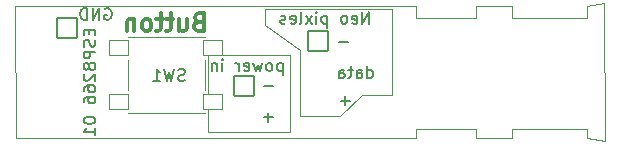
<source format=gbo>
G04 #@! TF.GenerationSoftware,KiCad,Pcbnew,6.0.7-f9a2dced07~116~ubuntu20.04.1*
G04 #@! TF.CreationDate,2022-09-06T19:45:12+02:00*
G04 #@! TF.ProjectId,wled-lion,776c6564-2d6c-4696-9f6e-2e6b69636164,rev?*
G04 #@! TF.SameCoordinates,Original*
G04 #@! TF.FileFunction,Legend,Bot*
G04 #@! TF.FilePolarity,Positive*
%FSLAX46Y46*%
G04 Gerber Fmt 4.6, Leading zero omitted, Abs format (unit mm)*
G04 Created by KiCad (PCBNEW 6.0.7-f9a2dced07~116~ubuntu20.04.1) date 2022-09-06 19:45:12*
%MOMM*%
%LPD*%
G01*
G04 APERTURE LIST*
G04 Aperture macros list*
%AMRoundRect*
0 Rectangle with rounded corners*
0 $1 Rounding radius*
0 $2 $3 $4 $5 $6 $7 $8 $9 X,Y pos of 4 corners*
0 Add a 4 corners polygon primitive as box body*
4,1,4,$2,$3,$4,$5,$6,$7,$8,$9,$2,$3,0*
0 Add four circle primitives for the rounded corners*
1,1,$1+$1,$2,$3*
1,1,$1+$1,$4,$5*
1,1,$1+$1,$6,$7*
1,1,$1+$1,$8,$9*
0 Add four rect primitives between the rounded corners*
20,1,$1+$1,$2,$3,$4,$5,0*
20,1,$1+$1,$4,$5,$6,$7,0*
20,1,$1+$1,$6,$7,$8,$9,0*
20,1,$1+$1,$8,$9,$2,$3,0*%
G04 Aperture macros list end*
%ADD10C,0.120000*%
G04 #@! TA.AperFunction,Profile*
%ADD11C,0.050000*%
G04 #@! TD*
%ADD12C,0.150000*%
%ADD13C,0.300000*%
%ADD14C,0.100000*%
%ADD15RoundRect,0.051000X-0.850000X-0.850000X0.850000X-0.850000X0.850000X0.850000X-0.850000X0.850000X0*%
%ADD16O,1.802000X1.802000*%
%ADD17RoundRect,0.051000X0.775000X0.650000X-0.775000X0.650000X-0.775000X-0.650000X0.775000X-0.650000X0*%
G04 APERTURE END LIST*
D10*
X171700000Y-95200000D02*
X164800000Y-95200000D01*
X164800000Y-88700000D01*
X171700000Y-88700000D01*
X171700000Y-95200000D01*
X180400000Y-92100000D02*
X177800000Y-92100000D01*
X175984426Y-93904248D01*
X172600000Y-93900000D01*
X172600000Y-88300000D01*
X169600000Y-86200000D01*
X169600000Y-84800000D01*
X180400000Y-84800000D01*
X180400000Y-92100000D01*
D11*
X182372000Y-84582000D02*
X148450000Y-84550000D01*
X198350000Y-84328000D02*
X198374000Y-96012000D01*
X190500000Y-85598000D02*
X196850000Y-85598000D01*
X190500000Y-94996000D02*
X196850000Y-94996000D01*
X182372000Y-95758000D02*
X182372000Y-94996000D01*
X148450000Y-84550000D02*
X148500000Y-95758000D01*
X187452000Y-94996000D02*
X187452000Y-95758000D01*
X190500000Y-84582000D02*
X190500000Y-85598000D01*
X182372000Y-85598000D02*
X187452000Y-85598000D01*
X187452000Y-95758000D02*
X190500000Y-95758000D01*
X182372000Y-85598000D02*
X182372000Y-84582000D01*
X187452000Y-85598000D02*
X187452000Y-84582000D01*
X198350000Y-84328000D02*
X196850000Y-84582000D01*
X196850000Y-94996000D02*
X196850000Y-95758000D01*
X187452000Y-84582000D02*
X190500000Y-84582000D01*
X196850000Y-95758000D02*
X198374000Y-96012000D01*
X182372000Y-94996000D02*
X187452000Y-94996000D01*
X190500000Y-95758000D02*
X190500000Y-94996000D01*
X196850000Y-84582000D02*
X196850000Y-85598000D01*
X148500000Y-95758000D02*
X182372000Y-95758000D01*
D12*
X178438095Y-86052380D02*
X178438095Y-85052380D01*
X177866666Y-86052380D01*
X177866666Y-85052380D01*
X177009523Y-86004761D02*
X177104761Y-86052380D01*
X177295238Y-86052380D01*
X177390476Y-86004761D01*
X177438095Y-85909523D01*
X177438095Y-85528571D01*
X177390476Y-85433333D01*
X177295238Y-85385714D01*
X177104761Y-85385714D01*
X177009523Y-85433333D01*
X176961904Y-85528571D01*
X176961904Y-85623809D01*
X177438095Y-85719047D01*
X176390476Y-86052380D02*
X176485714Y-86004761D01*
X176533333Y-85957142D01*
X176580952Y-85861904D01*
X176580952Y-85576190D01*
X176533333Y-85480952D01*
X176485714Y-85433333D01*
X176390476Y-85385714D01*
X176247619Y-85385714D01*
X176152380Y-85433333D01*
X176104761Y-85480952D01*
X176057142Y-85576190D01*
X176057142Y-85861904D01*
X176104761Y-85957142D01*
X176152380Y-86004761D01*
X176247619Y-86052380D01*
X176390476Y-86052380D01*
X174866666Y-85385714D02*
X174866666Y-86385714D01*
X174866666Y-85433333D02*
X174771428Y-85385714D01*
X174580952Y-85385714D01*
X174485714Y-85433333D01*
X174438095Y-85480952D01*
X174390476Y-85576190D01*
X174390476Y-85861904D01*
X174438095Y-85957142D01*
X174485714Y-86004761D01*
X174580952Y-86052380D01*
X174771428Y-86052380D01*
X174866666Y-86004761D01*
X173961904Y-86052380D02*
X173961904Y-85385714D01*
X173961904Y-85052380D02*
X174009523Y-85100000D01*
X173961904Y-85147619D01*
X173914285Y-85100000D01*
X173961904Y-85052380D01*
X173961904Y-85147619D01*
X173580952Y-86052380D02*
X173057142Y-85385714D01*
X173580952Y-85385714D02*
X173057142Y-86052380D01*
X172533333Y-86052380D02*
X172628571Y-86004761D01*
X172676190Y-85909523D01*
X172676190Y-85052380D01*
X171771428Y-86004761D02*
X171866666Y-86052380D01*
X172057142Y-86052380D01*
X172152380Y-86004761D01*
X172200000Y-85909523D01*
X172200000Y-85528571D01*
X172152380Y-85433333D01*
X172057142Y-85385714D01*
X171866666Y-85385714D01*
X171771428Y-85433333D01*
X171723809Y-85528571D01*
X171723809Y-85623809D01*
X172200000Y-85719047D01*
X171342857Y-86004761D02*
X171247619Y-86052380D01*
X171057142Y-86052380D01*
X170961904Y-86004761D01*
X170914285Y-85909523D01*
X170914285Y-85861904D01*
X170961904Y-85766666D01*
X171057142Y-85719047D01*
X171200000Y-85719047D01*
X171295238Y-85671428D01*
X171342857Y-85576190D01*
X171342857Y-85528571D01*
X171295238Y-85433333D01*
X171200000Y-85385714D01*
X171057142Y-85385714D01*
X170961904Y-85433333D01*
D13*
X163985714Y-85892857D02*
X163771428Y-85964285D01*
X163700000Y-86035714D01*
X163628571Y-86178571D01*
X163628571Y-86392857D01*
X163700000Y-86535714D01*
X163771428Y-86607142D01*
X163914285Y-86678571D01*
X164485714Y-86678571D01*
X164485714Y-85178571D01*
X163985714Y-85178571D01*
X163842857Y-85250000D01*
X163771428Y-85321428D01*
X163700000Y-85464285D01*
X163700000Y-85607142D01*
X163771428Y-85750000D01*
X163842857Y-85821428D01*
X163985714Y-85892857D01*
X164485714Y-85892857D01*
X162342857Y-85678571D02*
X162342857Y-86678571D01*
X162985714Y-85678571D02*
X162985714Y-86464285D01*
X162914285Y-86607142D01*
X162771428Y-86678571D01*
X162557142Y-86678571D01*
X162414285Y-86607142D01*
X162342857Y-86535714D01*
X161842857Y-85678571D02*
X161271428Y-85678571D01*
X161628571Y-85178571D02*
X161628571Y-86464285D01*
X161557142Y-86607142D01*
X161414285Y-86678571D01*
X161271428Y-86678571D01*
X160985714Y-85678571D02*
X160414285Y-85678571D01*
X160771428Y-85178571D02*
X160771428Y-86464285D01*
X160700000Y-86607142D01*
X160557142Y-86678571D01*
X160414285Y-86678571D01*
X159700000Y-86678571D02*
X159842857Y-86607142D01*
X159914285Y-86535714D01*
X159985714Y-86392857D01*
X159985714Y-85964285D01*
X159914285Y-85821428D01*
X159842857Y-85750000D01*
X159700000Y-85678571D01*
X159485714Y-85678571D01*
X159342857Y-85750000D01*
X159271428Y-85821428D01*
X159200000Y-85964285D01*
X159200000Y-86392857D01*
X159271428Y-86535714D01*
X159342857Y-86607142D01*
X159485714Y-86678571D01*
X159700000Y-86678571D01*
X158557142Y-85678571D02*
X158557142Y-86678571D01*
X158557142Y-85821428D02*
X158485714Y-85750000D01*
X158342857Y-85678571D01*
X158128571Y-85678571D01*
X157985714Y-85750000D01*
X157914285Y-85892857D01*
X157914285Y-86678571D01*
D12*
X178276190Y-90652380D02*
X178276190Y-89652380D01*
X178276190Y-90604761D02*
X178371428Y-90652380D01*
X178561904Y-90652380D01*
X178657142Y-90604761D01*
X178704761Y-90557142D01*
X178752380Y-90461904D01*
X178752380Y-90176190D01*
X178704761Y-90080952D01*
X178657142Y-90033333D01*
X178561904Y-89985714D01*
X178371428Y-89985714D01*
X178276190Y-90033333D01*
X177371428Y-90652380D02*
X177371428Y-90128571D01*
X177419047Y-90033333D01*
X177514285Y-89985714D01*
X177704761Y-89985714D01*
X177800000Y-90033333D01*
X177371428Y-90604761D02*
X177466666Y-90652380D01*
X177704761Y-90652380D01*
X177800000Y-90604761D01*
X177847619Y-90509523D01*
X177847619Y-90414285D01*
X177800000Y-90319047D01*
X177704761Y-90271428D01*
X177466666Y-90271428D01*
X177371428Y-90223809D01*
X177038095Y-89985714D02*
X176657142Y-89985714D01*
X176895238Y-89652380D02*
X176895238Y-90509523D01*
X176847619Y-90604761D01*
X176752380Y-90652380D01*
X176657142Y-90652380D01*
X175895238Y-90652380D02*
X175895238Y-90128571D01*
X175942857Y-90033333D01*
X176038095Y-89985714D01*
X176228571Y-89985714D01*
X176323809Y-90033333D01*
X175895238Y-90604761D02*
X175990476Y-90652380D01*
X176228571Y-90652380D01*
X176323809Y-90604761D01*
X176371428Y-90509523D01*
X176371428Y-90414285D01*
X176323809Y-90319047D01*
X176228571Y-90271428D01*
X175990476Y-90271428D01*
X175895238Y-90223809D01*
X156061904Y-84800000D02*
X156157142Y-84752380D01*
X156300000Y-84752380D01*
X156442857Y-84800000D01*
X156538095Y-84895238D01*
X156585714Y-84990476D01*
X156633333Y-85180952D01*
X156633333Y-85323809D01*
X156585714Y-85514285D01*
X156538095Y-85609523D01*
X156442857Y-85704761D01*
X156300000Y-85752380D01*
X156204761Y-85752380D01*
X156061904Y-85704761D01*
X156014285Y-85657142D01*
X156014285Y-85323809D01*
X156204761Y-85323809D01*
X155585714Y-85752380D02*
X155585714Y-84752380D01*
X155014285Y-85752380D01*
X155014285Y-84752380D01*
X154538095Y-85752380D02*
X154538095Y-84752380D01*
X154300000Y-84752380D01*
X154157142Y-84800000D01*
X154061904Y-84895238D01*
X154014285Y-84990476D01*
X153966666Y-85180952D01*
X153966666Y-85323809D01*
X154014285Y-85514285D01*
X154061904Y-85609523D01*
X154157142Y-85704761D01*
X154300000Y-85752380D01*
X154538095Y-85752380D01*
X170280952Y-91371428D02*
X169519047Y-91371428D01*
X171100000Y-89385714D02*
X171100000Y-90385714D01*
X171100000Y-89433333D02*
X171004761Y-89385714D01*
X170814285Y-89385714D01*
X170719047Y-89433333D01*
X170671428Y-89480952D01*
X170623809Y-89576190D01*
X170623809Y-89861904D01*
X170671428Y-89957142D01*
X170719047Y-90004761D01*
X170814285Y-90052380D01*
X171004761Y-90052380D01*
X171100000Y-90004761D01*
X170052380Y-90052380D02*
X170147619Y-90004761D01*
X170195238Y-89957142D01*
X170242857Y-89861904D01*
X170242857Y-89576190D01*
X170195238Y-89480952D01*
X170147619Y-89433333D01*
X170052380Y-89385714D01*
X169909523Y-89385714D01*
X169814285Y-89433333D01*
X169766666Y-89480952D01*
X169719047Y-89576190D01*
X169719047Y-89861904D01*
X169766666Y-89957142D01*
X169814285Y-90004761D01*
X169909523Y-90052380D01*
X170052380Y-90052380D01*
X169385714Y-89385714D02*
X169195238Y-90052380D01*
X169004761Y-89576190D01*
X168814285Y-90052380D01*
X168623809Y-89385714D01*
X167861904Y-90004761D02*
X167957142Y-90052380D01*
X168147619Y-90052380D01*
X168242857Y-90004761D01*
X168290476Y-89909523D01*
X168290476Y-89528571D01*
X168242857Y-89433333D01*
X168147619Y-89385714D01*
X167957142Y-89385714D01*
X167861904Y-89433333D01*
X167814285Y-89528571D01*
X167814285Y-89623809D01*
X168290476Y-89719047D01*
X167385714Y-90052380D02*
X167385714Y-89385714D01*
X167385714Y-89576190D02*
X167338095Y-89480952D01*
X167290476Y-89433333D01*
X167195238Y-89385714D01*
X167100000Y-89385714D01*
X166004761Y-90052380D02*
X166004761Y-89385714D01*
X166004761Y-89052380D02*
X166052380Y-89100000D01*
X166004761Y-89147619D01*
X165957142Y-89100000D01*
X166004761Y-89052380D01*
X166004761Y-89147619D01*
X165528571Y-89385714D02*
X165528571Y-90052380D01*
X165528571Y-89480952D02*
X165480952Y-89433333D01*
X165385714Y-89385714D01*
X165242857Y-89385714D01*
X165147619Y-89433333D01*
X165100000Y-89528571D01*
X165100000Y-90052380D01*
X176780952Y-92571428D02*
X176019047Y-92571428D01*
X176400000Y-92952380D02*
X176400000Y-92190476D01*
X176680952Y-87571428D02*
X175919047Y-87571428D01*
X170280952Y-93971428D02*
X169519047Y-93971428D01*
X169900000Y-94352380D02*
X169900000Y-93590476D01*
X154728571Y-86571428D02*
X154728571Y-86904761D01*
X155252380Y-87047619D02*
X155252380Y-86571428D01*
X154252380Y-86571428D01*
X154252380Y-87047619D01*
X155204761Y-87428571D02*
X155252380Y-87571428D01*
X155252380Y-87809523D01*
X155204761Y-87904761D01*
X155157142Y-87952380D01*
X155061904Y-88000000D01*
X154966666Y-88000000D01*
X154871428Y-87952380D01*
X154823809Y-87904761D01*
X154776190Y-87809523D01*
X154728571Y-87619047D01*
X154680952Y-87523809D01*
X154633333Y-87476190D01*
X154538095Y-87428571D01*
X154442857Y-87428571D01*
X154347619Y-87476190D01*
X154300000Y-87523809D01*
X154252380Y-87619047D01*
X154252380Y-87857142D01*
X154300000Y-88000000D01*
X155252380Y-88428571D02*
X154252380Y-88428571D01*
X154252380Y-88809523D01*
X154300000Y-88904761D01*
X154347619Y-88952380D01*
X154442857Y-89000000D01*
X154585714Y-89000000D01*
X154680952Y-88952380D01*
X154728571Y-88904761D01*
X154776190Y-88809523D01*
X154776190Y-88428571D01*
X154680952Y-89571428D02*
X154633333Y-89476190D01*
X154585714Y-89428571D01*
X154490476Y-89380952D01*
X154442857Y-89380952D01*
X154347619Y-89428571D01*
X154300000Y-89476190D01*
X154252380Y-89571428D01*
X154252380Y-89761904D01*
X154300000Y-89857142D01*
X154347619Y-89904761D01*
X154442857Y-89952380D01*
X154490476Y-89952380D01*
X154585714Y-89904761D01*
X154633333Y-89857142D01*
X154680952Y-89761904D01*
X154680952Y-89571428D01*
X154728571Y-89476190D01*
X154776190Y-89428571D01*
X154871428Y-89380952D01*
X155061904Y-89380952D01*
X155157142Y-89428571D01*
X155204761Y-89476190D01*
X155252380Y-89571428D01*
X155252380Y-89761904D01*
X155204761Y-89857142D01*
X155157142Y-89904761D01*
X155061904Y-89952380D01*
X154871428Y-89952380D01*
X154776190Y-89904761D01*
X154728571Y-89857142D01*
X154680952Y-89761904D01*
X154347619Y-90333333D02*
X154300000Y-90380952D01*
X154252380Y-90476190D01*
X154252380Y-90714285D01*
X154300000Y-90809523D01*
X154347619Y-90857142D01*
X154442857Y-90904761D01*
X154538095Y-90904761D01*
X154680952Y-90857142D01*
X155252380Y-90285714D01*
X155252380Y-90904761D01*
X154252380Y-91761904D02*
X154252380Y-91571428D01*
X154300000Y-91476190D01*
X154347619Y-91428571D01*
X154490476Y-91333333D01*
X154680952Y-91285714D01*
X155061904Y-91285714D01*
X155157142Y-91333333D01*
X155204761Y-91380952D01*
X155252380Y-91476190D01*
X155252380Y-91666666D01*
X155204761Y-91761904D01*
X155157142Y-91809523D01*
X155061904Y-91857142D01*
X154823809Y-91857142D01*
X154728571Y-91809523D01*
X154680952Y-91761904D01*
X154633333Y-91666666D01*
X154633333Y-91476190D01*
X154680952Y-91380952D01*
X154728571Y-91333333D01*
X154823809Y-91285714D01*
X154252380Y-92714285D02*
X154252380Y-92523809D01*
X154300000Y-92428571D01*
X154347619Y-92380952D01*
X154490476Y-92285714D01*
X154680952Y-92238095D01*
X155061904Y-92238095D01*
X155157142Y-92285714D01*
X155204761Y-92333333D01*
X155252380Y-92428571D01*
X155252380Y-92619047D01*
X155204761Y-92714285D01*
X155157142Y-92761904D01*
X155061904Y-92809523D01*
X154823809Y-92809523D01*
X154728571Y-92761904D01*
X154680952Y-92714285D01*
X154633333Y-92619047D01*
X154633333Y-92428571D01*
X154680952Y-92333333D01*
X154728571Y-92285714D01*
X154823809Y-92238095D01*
X154252380Y-94190476D02*
X154252380Y-94285714D01*
X154300000Y-94380952D01*
X154347619Y-94428571D01*
X154442857Y-94476190D01*
X154633333Y-94523809D01*
X154871428Y-94523809D01*
X155061904Y-94476190D01*
X155157142Y-94428571D01*
X155204761Y-94380952D01*
X155252380Y-94285714D01*
X155252380Y-94190476D01*
X155204761Y-94095238D01*
X155157142Y-94047619D01*
X155061904Y-94000000D01*
X154871428Y-93952380D01*
X154633333Y-93952380D01*
X154442857Y-94000000D01*
X154347619Y-94047619D01*
X154300000Y-94095238D01*
X154252380Y-94190476D01*
X155252380Y-95476190D02*
X155252380Y-94904761D01*
X155252380Y-95190476D02*
X154252380Y-95190476D01*
X154395238Y-95095238D01*
X154490476Y-95000000D01*
X154538095Y-94904761D01*
X162831333Y-90858761D02*
X162688476Y-90906380D01*
X162450380Y-90906380D01*
X162355142Y-90858761D01*
X162307523Y-90811142D01*
X162259904Y-90715904D01*
X162259904Y-90620666D01*
X162307523Y-90525428D01*
X162355142Y-90477809D01*
X162450380Y-90430190D01*
X162640857Y-90382571D01*
X162736095Y-90334952D01*
X162783714Y-90287333D01*
X162831333Y-90192095D01*
X162831333Y-90096857D01*
X162783714Y-90001619D01*
X162736095Y-89954000D01*
X162640857Y-89906380D01*
X162402761Y-89906380D01*
X162259904Y-89954000D01*
X161926571Y-89906380D02*
X161688476Y-90906380D01*
X161498000Y-90192095D01*
X161307523Y-90906380D01*
X161069428Y-89906380D01*
X160164666Y-90906380D02*
X160736095Y-90906380D01*
X160450380Y-90906380D02*
X160450380Y-89906380D01*
X160545619Y-90049238D01*
X160640857Y-90144476D01*
X160736095Y-90192095D01*
D10*
X158034000Y-89098000D02*
X158034000Y-91698000D01*
X158034000Y-93628000D02*
X158034000Y-93598000D01*
X164494000Y-93628000D02*
X158034000Y-93628000D01*
X164494000Y-89098000D02*
X164494000Y-91698000D01*
X164494000Y-87198000D02*
X164494000Y-87168000D01*
X164494000Y-93628000D02*
X164494000Y-93598000D01*
X164494000Y-87168000D02*
X158034000Y-87168000D01*
X158034000Y-87168000D02*
X158034000Y-87198000D01*
%LPC*%
G36*
X182025000Y-94075000D02*
G01*
X180850000Y-95300000D01*
X177900000Y-95300000D01*
X176725000Y-94125000D01*
X177900000Y-92900000D01*
X180850000Y-92900000D01*
X182025000Y-94075000D01*
G37*
D14*
X182025000Y-94075000D02*
X180850000Y-95300000D01*
X177900000Y-95300000D01*
X176725000Y-94125000D01*
X177900000Y-92900000D01*
X180850000Y-92900000D01*
X182025000Y-94075000D01*
D15*
X152850000Y-86400000D03*
D16*
X150310000Y-86400000D03*
X152850000Y-88940000D03*
X150310000Y-88940000D03*
X152850000Y-91480000D03*
X150310000Y-91480000D03*
X152850000Y-94020000D03*
X150310000Y-94020000D03*
D15*
X174100000Y-87550000D03*
D16*
X174100000Y-90090000D03*
X174100000Y-92630000D03*
D15*
X167850000Y-91350000D03*
D16*
X167850000Y-93890000D03*
D17*
X165239000Y-88148000D03*
X157289000Y-88148000D03*
X157289000Y-92648000D03*
X165239000Y-92648000D03*
M02*

</source>
